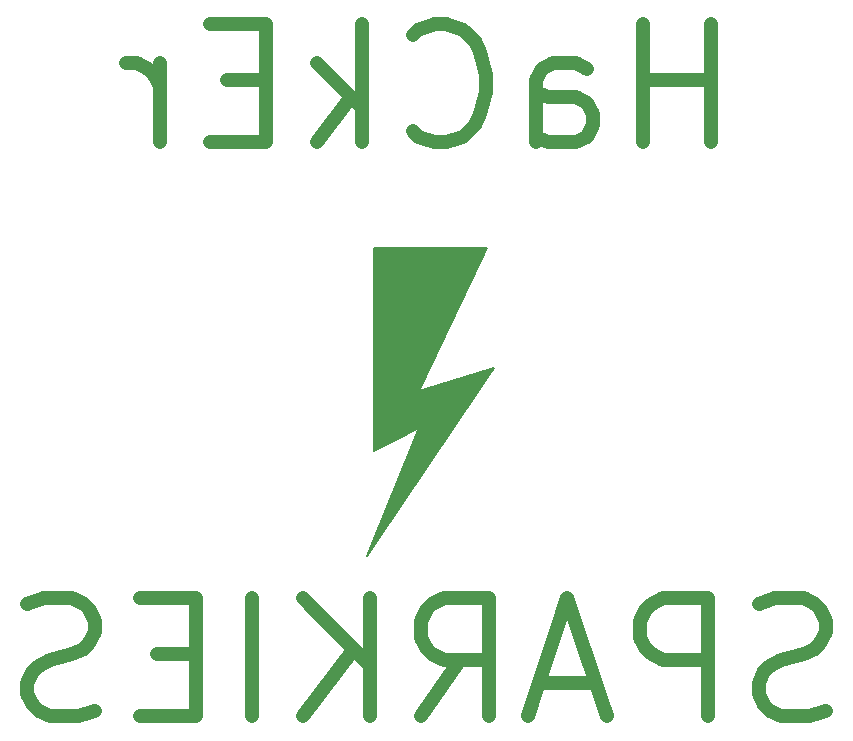
<source format=gbo>
G04 #@! TF.GenerationSoftware,KiCad,Pcbnew,(5.0.2)-1*
G04 #@! TF.CreationDate,2019-02-20T13:19:55+00:00*
G04 #@! TF.ProjectId,SplitAudio,53706c69-7441-4756-9469-6f2e6b696361,rev?*
G04 #@! TF.SameCoordinates,Original*
G04 #@! TF.FileFunction,Legend,Bot*
G04 #@! TF.FilePolarity,Positive*
%FSLAX46Y46*%
G04 Gerber Fmt 4.6, Leading zero omitted, Abs format (unit mm)*
G04 Created by KiCad (PCBNEW (5.0.2)-1) date 20/02/2019 13:19:55*
%MOMM*%
%LPD*%
G01*
G04 APERTURE LIST*
%ADD10C,1.200000*%
%ADD11C,0.150000*%
G04 APERTURE END LIST*
D10*
X174542619Y-50073809D02*
X174542619Y-40073809D01*
X174542619Y-44835714D02*
X168828333Y-44835714D01*
X168828333Y-50073809D02*
X168828333Y-40073809D01*
X159780714Y-50073809D02*
X159780714Y-44835714D01*
X160256904Y-43883333D01*
X161209285Y-43407142D01*
X163114047Y-43407142D01*
X164066428Y-43883333D01*
X159780714Y-49597619D02*
X160733095Y-50073809D01*
X163114047Y-50073809D01*
X164066428Y-49597619D01*
X164542619Y-48645238D01*
X164542619Y-47692857D01*
X164066428Y-46740476D01*
X163114047Y-46264285D01*
X160733095Y-46264285D01*
X159780714Y-45788095D01*
X149304523Y-49121428D02*
X149780714Y-49597619D01*
X151209285Y-50073809D01*
X152161666Y-50073809D01*
X153590238Y-49597619D01*
X154542619Y-48645238D01*
X155018809Y-47692857D01*
X155495000Y-45788095D01*
X155495000Y-44359523D01*
X155018809Y-42454761D01*
X154542619Y-41502380D01*
X153590238Y-40550000D01*
X152161666Y-40073809D01*
X151209285Y-40073809D01*
X149780714Y-40550000D01*
X149304523Y-41026190D01*
X145018809Y-50073809D02*
X145018809Y-40073809D01*
X144066428Y-46264285D02*
X141209285Y-50073809D01*
X141209285Y-43407142D02*
X145018809Y-47216666D01*
X136923571Y-44835714D02*
X133590238Y-44835714D01*
X132161666Y-50073809D02*
X136923571Y-50073809D01*
X136923571Y-40073809D01*
X132161666Y-40073809D01*
X127875952Y-50073809D02*
X127875952Y-43407142D01*
X127875952Y-45311904D02*
X127399761Y-44359523D01*
X126923571Y-43883333D01*
X125971190Y-43407142D01*
X125018809Y-43407142D01*
X184304523Y-98197619D02*
X182875952Y-98673809D01*
X180495000Y-98673809D01*
X179542619Y-98197619D01*
X179066428Y-97721428D01*
X178590238Y-96769047D01*
X178590238Y-95816666D01*
X179066428Y-94864285D01*
X179542619Y-94388095D01*
X180495000Y-93911904D01*
X182399761Y-93435714D01*
X183352142Y-92959523D01*
X183828333Y-92483333D01*
X184304523Y-91530952D01*
X184304523Y-90578571D01*
X183828333Y-89626190D01*
X183352142Y-89150000D01*
X182399761Y-88673809D01*
X180018809Y-88673809D01*
X178590238Y-89150000D01*
X174304523Y-98673809D02*
X174304523Y-88673809D01*
X170495000Y-88673809D01*
X169542619Y-89150000D01*
X169066428Y-89626190D01*
X168590238Y-90578571D01*
X168590238Y-92007142D01*
X169066428Y-92959523D01*
X169542619Y-93435714D01*
X170495000Y-93911904D01*
X174304523Y-93911904D01*
X164780714Y-95816666D02*
X160018809Y-95816666D01*
X165733095Y-98673809D02*
X162399761Y-88673809D01*
X159066428Y-98673809D01*
X150018809Y-98673809D02*
X153352142Y-93911904D01*
X155733095Y-98673809D02*
X155733095Y-88673809D01*
X151923571Y-88673809D01*
X150971190Y-89150000D01*
X150495000Y-89626190D01*
X150018809Y-90578571D01*
X150018809Y-92007142D01*
X150495000Y-92959523D01*
X150971190Y-93435714D01*
X151923571Y-93911904D01*
X155733095Y-93911904D01*
X145733095Y-98673809D02*
X145733095Y-88673809D01*
X140018809Y-98673809D02*
X144304523Y-92959523D01*
X140018809Y-88673809D02*
X145733095Y-94388095D01*
X135733095Y-98673809D02*
X135733095Y-88673809D01*
X130971190Y-93435714D02*
X127637857Y-93435714D01*
X126209285Y-98673809D02*
X130971190Y-98673809D01*
X130971190Y-88673809D01*
X126209285Y-88673809D01*
X122399761Y-98197619D02*
X120971190Y-98673809D01*
X118590238Y-98673809D01*
X117637857Y-98197619D01*
X117161666Y-97721428D01*
X116685476Y-96769047D01*
X116685476Y-95816666D01*
X117161666Y-94864285D01*
X117637857Y-94388095D01*
X118590238Y-93911904D01*
X120495000Y-93435714D01*
X121447380Y-92959523D01*
X121923571Y-92483333D01*
X122399761Y-91530952D01*
X122399761Y-90578571D01*
X121923571Y-89626190D01*
X121447380Y-89150000D01*
X120495000Y-88673809D01*
X118114047Y-88673809D01*
X116685476Y-89150000D01*
D11*
G36*
X146050000Y-59055000D02*
X155575000Y-59055000D01*
X149860000Y-71120000D01*
X156210000Y-69215000D01*
X145415000Y-85090000D01*
X149860000Y-74295000D01*
X146050000Y-76200000D01*
X146050000Y-59055000D01*
G37*
X146050000Y-59055000D02*
X155575000Y-59055000D01*
X149860000Y-71120000D01*
X156210000Y-69215000D01*
X145415000Y-85090000D01*
X149860000Y-74295000D01*
X146050000Y-76200000D01*
X146050000Y-59055000D01*
M02*

</source>
